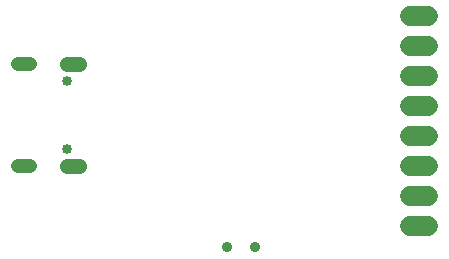
<source format=gbr>
G04 EAGLE Gerber RS-274X export*
G75*
%MOMM*%
%FSLAX34Y34*%
%LPD*%
%INSoldermask Bottom*%
%IPPOS*%
%AMOC8*
5,1,8,0,0,1.08239X$1,22.5*%
G01*
%ADD10C,1.203200*%
%ADD11C,1.253200*%
%ADD12C,0.853200*%
%ADD13C,0.903200*%
%ADD14C,1.727200*%


D10*
X20000Y173200D02*
X30000Y173200D01*
X30000Y86800D02*
X20000Y86800D01*
D11*
X61550Y173200D02*
X72050Y173200D01*
X72050Y86800D02*
X61550Y86800D01*
D12*
X61800Y101100D03*
X61800Y158900D03*
D13*
X197500Y18000D03*
X220500Y18000D03*
D14*
X352380Y213900D02*
X367620Y213900D01*
X367620Y188500D02*
X352380Y188500D01*
X352380Y163100D02*
X367620Y163100D01*
X367620Y137700D02*
X352380Y137700D01*
X352380Y112300D02*
X367620Y112300D01*
X367620Y86900D02*
X352380Y86900D01*
X352380Y61500D02*
X367620Y61500D01*
X367620Y36100D02*
X352380Y36100D01*
M02*

</source>
